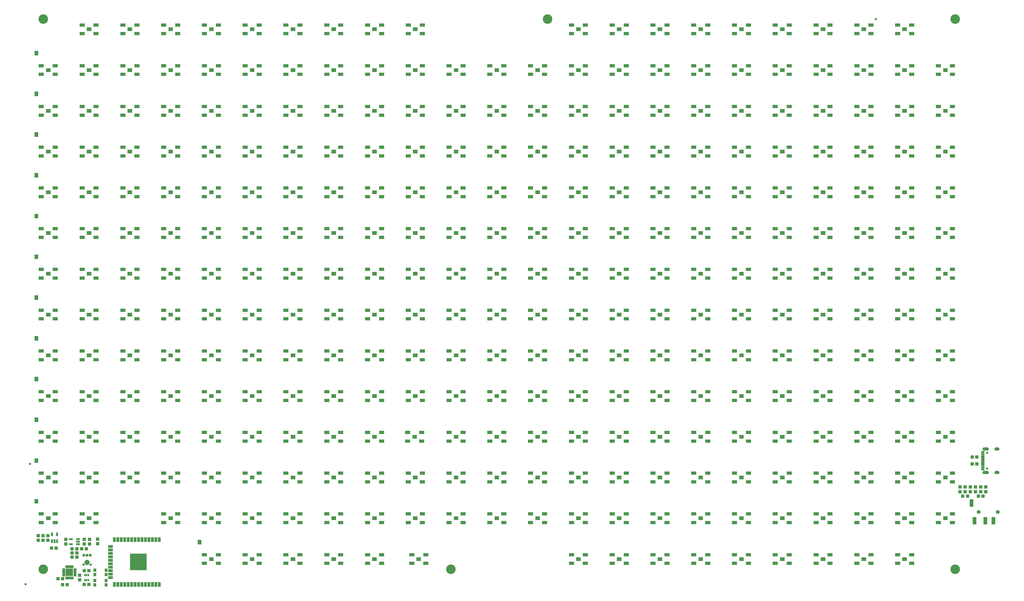
<source format=gts>
G04 EAGLE Gerber RS-274X export*
G75*
%MOMM*%
%FSLAX34Y34*%
%LPD*%
%INSoldermask Top*%
%IPPOS*%
%AMOC8*
5,1,8,0,0,1.08239X$1,22.5*%
G01*
%ADD10R,1.203200X1.303200*%
%ADD11C,0.838200*%
%ADD12R,0.503200X0.863200*%
%ADD13R,1.303200X1.203200*%
%ADD14R,1.103200X1.203200*%
%ADD15R,1.103200X1.703200*%
%ADD16R,1.703200X1.103200*%
%ADD17R,6.203200X6.203200*%
%ADD18R,0.753200X1.403200*%
%ADD19R,0.503200X1.053200*%
%ADD20R,1.053200X0.503200*%
%ADD21R,2.753200X2.753200*%
%ADD22C,3.505200*%
%ADD23R,1.219200X0.503200*%
%ADD24R,1.219200X0.803200*%
%ADD25R,1.219200X0.753200*%
%ADD26C,0.853200*%
%ADD27R,1.403200X2.703200*%
%ADD28C,1.403200*%
%ADD29C,0.500000*%
%ADD30C,0.903200*%
%ADD31C,1.103200*%
%ADD32R,1.403200X0.753200*%
%ADD33R,1.854200X1.203200*%
%ADD34R,0.838200X1.473200*%
%ADD35R,1.473200X0.838200*%

G36*
X3547855Y511584D02*
X3547855Y511584D01*
X3547858Y511581D01*
X3549125Y511786D01*
X3549131Y511792D01*
X3549136Y511789D01*
X3550325Y512271D01*
X3550329Y512278D01*
X3550335Y512276D01*
X3551388Y513010D01*
X3551390Y513018D01*
X3551396Y513017D01*
X3552259Y513967D01*
X3552260Y513976D01*
X3552265Y513976D01*
X3552895Y515095D01*
X3552894Y515103D01*
X3552900Y515105D01*
X3553265Y516335D01*
X3553262Y516342D01*
X3553266Y516345D01*
X3553265Y516345D01*
X3553267Y516346D01*
X3553349Y517627D01*
X3553347Y517631D01*
X3553349Y517633D01*
X3553267Y518914D01*
X3553261Y518920D01*
X3553265Y518925D01*
X3552900Y520155D01*
X3552893Y520160D01*
X3552895Y520165D01*
X3552265Y521284D01*
X3552258Y521287D01*
X3552259Y521293D01*
X3551396Y522243D01*
X3551388Y522244D01*
X3551388Y522250D01*
X3550335Y522984D01*
X3550327Y522984D01*
X3550325Y522989D01*
X3549136Y523471D01*
X3549128Y523469D01*
X3549125Y523474D01*
X3547858Y523679D01*
X3547853Y523676D01*
X3547850Y523679D01*
X3535850Y523679D01*
X3535846Y523676D01*
X3535843Y523679D01*
X3534721Y523524D01*
X3534716Y523519D01*
X3534712Y523522D01*
X3533641Y523151D01*
X3533637Y523145D01*
X3533632Y523147D01*
X3532655Y522574D01*
X3532652Y522568D01*
X3532647Y522569D01*
X3531800Y521816D01*
X3531798Y521809D01*
X3531793Y521809D01*
X3531109Y520906D01*
X3531109Y520899D01*
X3531104Y520898D01*
X3530609Y519879D01*
X3530611Y519872D01*
X3530609Y519871D01*
X3530606Y519870D01*
X3530319Y518773D01*
X3530322Y518767D01*
X3530318Y518764D01*
X3530251Y517633D01*
X3530253Y517629D01*
X3530251Y517627D01*
X3530318Y516496D01*
X3530323Y516491D01*
X3530319Y516487D01*
X3530606Y515390D01*
X3530612Y515386D01*
X3530609Y515381D01*
X3531104Y514362D01*
X3531110Y514359D01*
X3531109Y514354D01*
X3531793Y513451D01*
X3531800Y513449D01*
X3531800Y513444D01*
X3532647Y512691D01*
X3532654Y512691D01*
X3532655Y512686D01*
X3533632Y512113D01*
X3533639Y512114D01*
X3533641Y512109D01*
X3534712Y511738D01*
X3534718Y511741D01*
X3534721Y511736D01*
X3535843Y511581D01*
X3535848Y511584D01*
X3535850Y511581D01*
X3547850Y511581D01*
X3547855Y511584D01*
G37*
G36*
X3547855Y425184D02*
X3547855Y425184D01*
X3547858Y425181D01*
X3549125Y425386D01*
X3549131Y425392D01*
X3549136Y425389D01*
X3550325Y425871D01*
X3550329Y425878D01*
X3550335Y425876D01*
X3551388Y426610D01*
X3551390Y426618D01*
X3551396Y426617D01*
X3552259Y427567D01*
X3552260Y427576D01*
X3552265Y427576D01*
X3552895Y428695D01*
X3552894Y428703D01*
X3552900Y428705D01*
X3553265Y429935D01*
X3553262Y429942D01*
X3553266Y429945D01*
X3553265Y429945D01*
X3553267Y429946D01*
X3553349Y431227D01*
X3553347Y431231D01*
X3553349Y431233D01*
X3553267Y432514D01*
X3553261Y432520D01*
X3553265Y432525D01*
X3552900Y433755D01*
X3552893Y433760D01*
X3552895Y433765D01*
X3552265Y434884D01*
X3552258Y434887D01*
X3552259Y434893D01*
X3551396Y435843D01*
X3551388Y435844D01*
X3551388Y435850D01*
X3550335Y436584D01*
X3550327Y436584D01*
X3550325Y436589D01*
X3549136Y437071D01*
X3549128Y437069D01*
X3549125Y437074D01*
X3547858Y437279D01*
X3547853Y437276D01*
X3547850Y437279D01*
X3535850Y437279D01*
X3535846Y437276D01*
X3535843Y437279D01*
X3534721Y437124D01*
X3534716Y437119D01*
X3534712Y437122D01*
X3533641Y436751D01*
X3533637Y436745D01*
X3533632Y436747D01*
X3532655Y436174D01*
X3532652Y436168D01*
X3532647Y436169D01*
X3531800Y435416D01*
X3531798Y435409D01*
X3531793Y435409D01*
X3531109Y434506D01*
X3531109Y434499D01*
X3531104Y434498D01*
X3530609Y433479D01*
X3530611Y433472D01*
X3530609Y433471D01*
X3530606Y433470D01*
X3530319Y432373D01*
X3530322Y432367D01*
X3530318Y432364D01*
X3530251Y431233D01*
X3530253Y431229D01*
X3530251Y431227D01*
X3530318Y430096D01*
X3530323Y430091D01*
X3530319Y430087D01*
X3530606Y428990D01*
X3530612Y428986D01*
X3530609Y428981D01*
X3531104Y427962D01*
X3531110Y427959D01*
X3531109Y427954D01*
X3531793Y427051D01*
X3531800Y427049D01*
X3531800Y427044D01*
X3532647Y426291D01*
X3532654Y426291D01*
X3532655Y426286D01*
X3533632Y425713D01*
X3533639Y425714D01*
X3533641Y425709D01*
X3534712Y425338D01*
X3534718Y425341D01*
X3534721Y425336D01*
X3535843Y425181D01*
X3535848Y425184D01*
X3535850Y425181D01*
X3547850Y425181D01*
X3547855Y425184D01*
G37*
G36*
X3586654Y511583D02*
X3586654Y511583D01*
X3586656Y511581D01*
X3587985Y511736D01*
X3587991Y511742D01*
X3587995Y511739D01*
X3589256Y512186D01*
X3589261Y512193D01*
X3589266Y512191D01*
X3590396Y512908D01*
X3590399Y512915D01*
X3590405Y512914D01*
X3591347Y513865D01*
X3591348Y513873D01*
X3591354Y513873D01*
X3592061Y515009D01*
X3592061Y515014D01*
X3592062Y515015D01*
X3592061Y515017D01*
X3592066Y515019D01*
X3592502Y516284D01*
X3592500Y516292D01*
X3592505Y516295D01*
X3592649Y517625D01*
X3592645Y517631D01*
X3592649Y517635D01*
X3592539Y518801D01*
X3592534Y518806D01*
X3592537Y518810D01*
X3592202Y519933D01*
X3592196Y519937D01*
X3592198Y519941D01*
X3591650Y520977D01*
X3591644Y520980D01*
X3591645Y520985D01*
X3590906Y521893D01*
X3590899Y521895D01*
X3590899Y521900D01*
X3589997Y522647D01*
X3589990Y522647D01*
X3589989Y522653D01*
X3588958Y523209D01*
X3588951Y523208D01*
X3588949Y523213D01*
X3587830Y523557D01*
X3587823Y523555D01*
X3587820Y523559D01*
X3586655Y523679D01*
X3586652Y523677D01*
X3586650Y523679D01*
X3580650Y523679D01*
X3580647Y523677D01*
X3580645Y523679D01*
X3579469Y523568D01*
X3579464Y523563D01*
X3579460Y523566D01*
X3578328Y523228D01*
X3578324Y523222D01*
X3578319Y523224D01*
X3577275Y522672D01*
X3577272Y522665D01*
X3577267Y522667D01*
X3576351Y521921D01*
X3576350Y521914D01*
X3576344Y521914D01*
X3575591Y521005D01*
X3575591Y520997D01*
X3575586Y520997D01*
X3575025Y519957D01*
X3575026Y519950D01*
X3575021Y519948D01*
X3574674Y518819D01*
X3574676Y518813D01*
X3574672Y518810D01*
X3574551Y517635D01*
X3574555Y517628D01*
X3574551Y517624D01*
X3574708Y516284D01*
X3574713Y516278D01*
X3574710Y516273D01*
X3575161Y515002D01*
X3575168Y514997D01*
X3575166Y514992D01*
X3575888Y513853D01*
X3575896Y513850D01*
X3575895Y513844D01*
X3576853Y512894D01*
X3576861Y512893D01*
X3576862Y512887D01*
X3578007Y512174D01*
X3578016Y512175D01*
X3578017Y512169D01*
X3579293Y511729D01*
X3579300Y511731D01*
X3579302Y511729D01*
X3579303Y511727D01*
X3580645Y511581D01*
X3580648Y511583D01*
X3580650Y511581D01*
X3586650Y511581D01*
X3586654Y511583D01*
G37*
G36*
X3586654Y425183D02*
X3586654Y425183D01*
X3586656Y425181D01*
X3587985Y425336D01*
X3587991Y425342D01*
X3587995Y425339D01*
X3589256Y425786D01*
X3589261Y425793D01*
X3589266Y425791D01*
X3590396Y426508D01*
X3590399Y426515D01*
X3590405Y426514D01*
X3591347Y427465D01*
X3591348Y427473D01*
X3591354Y427473D01*
X3592061Y428609D01*
X3592061Y428614D01*
X3592062Y428615D01*
X3592061Y428617D01*
X3592066Y428619D01*
X3592502Y429884D01*
X3592500Y429892D01*
X3592505Y429895D01*
X3592649Y431225D01*
X3592645Y431231D01*
X3592649Y431235D01*
X3592539Y432401D01*
X3592534Y432406D01*
X3592537Y432410D01*
X3592202Y433533D01*
X3592196Y433537D01*
X3592198Y433541D01*
X3591650Y434577D01*
X3591644Y434580D01*
X3591645Y434585D01*
X3590906Y435493D01*
X3590899Y435495D01*
X3590899Y435500D01*
X3589997Y436247D01*
X3589990Y436247D01*
X3589989Y436253D01*
X3588958Y436809D01*
X3588951Y436808D01*
X3588949Y436813D01*
X3587830Y437157D01*
X3587823Y437155D01*
X3587820Y437159D01*
X3586655Y437279D01*
X3586652Y437277D01*
X3586650Y437279D01*
X3580650Y437279D01*
X3580647Y437277D01*
X3580645Y437279D01*
X3579469Y437168D01*
X3579464Y437163D01*
X3579460Y437166D01*
X3578328Y436828D01*
X3578324Y436822D01*
X3578319Y436824D01*
X3577275Y436272D01*
X3577272Y436265D01*
X3577267Y436267D01*
X3576351Y435521D01*
X3576350Y435514D01*
X3576344Y435514D01*
X3575591Y434605D01*
X3575591Y434597D01*
X3575586Y434597D01*
X3575025Y433557D01*
X3575026Y433550D01*
X3575021Y433548D01*
X3574674Y432419D01*
X3574676Y432413D01*
X3574672Y432410D01*
X3574551Y431235D01*
X3574555Y431228D01*
X3574551Y431224D01*
X3574708Y429884D01*
X3574713Y429878D01*
X3574710Y429873D01*
X3575161Y428602D01*
X3575168Y428597D01*
X3575166Y428592D01*
X3575888Y427453D01*
X3575896Y427450D01*
X3575895Y427444D01*
X3576853Y426494D01*
X3576861Y426493D01*
X3576862Y426487D01*
X3578007Y425774D01*
X3578016Y425775D01*
X3578017Y425769D01*
X3579293Y425329D01*
X3579300Y425331D01*
X3579302Y425329D01*
X3579303Y425327D01*
X3580645Y425181D01*
X3580648Y425183D01*
X3580650Y425181D01*
X3586650Y425181D01*
X3586654Y425183D01*
G37*
D10*
X92000Y198500D03*
X92000Y181500D03*
D11*
X3137500Y2100000D03*
X26250Y462500D03*
X10000Y20000D03*
D12*
X228300Y35250D03*
X234800Y53650D03*
X241300Y53650D03*
X228300Y53650D03*
X234800Y35250D03*
X241300Y35250D03*
D13*
X146600Y17900D03*
X163600Y17900D03*
X226300Y19050D03*
X243300Y19050D03*
X226300Y69850D03*
X243300Y69850D03*
D10*
X209400Y52950D03*
X209400Y35950D03*
D14*
X265100Y55500D03*
X265100Y71500D03*
X306100Y71500D03*
X306100Y55500D03*
X306100Y33400D03*
X306100Y17400D03*
X265100Y17400D03*
X265100Y33400D03*
D15*
X502300Y183980D03*
X489600Y183980D03*
X476900Y183980D03*
X464200Y183980D03*
X451500Y183980D03*
X438800Y183980D03*
X426100Y183980D03*
X413400Y183980D03*
X400700Y183980D03*
X388000Y183980D03*
X375300Y183980D03*
X362600Y183980D03*
X349900Y183980D03*
X337200Y183980D03*
D16*
X322300Y158750D03*
X322300Y146050D03*
X322300Y133350D03*
X322300Y120650D03*
X322300Y107950D03*
X322300Y95250D03*
X322300Y82550D03*
X322300Y69850D03*
X322300Y57150D03*
X322300Y44450D03*
D15*
X337200Y19220D03*
X349900Y19220D03*
X362600Y19220D03*
X375300Y19220D03*
X388000Y19220D03*
X400700Y19220D03*
X413400Y19220D03*
X426100Y19220D03*
X438800Y19220D03*
X451500Y19220D03*
X464200Y19220D03*
X476900Y19220D03*
X489600Y19220D03*
X502300Y19220D03*
D17*
X425300Y101600D03*
D18*
X107200Y177799D03*
X116700Y177799D03*
X126200Y177799D03*
X126200Y203801D03*
X107200Y203801D03*
D19*
X158800Y84000D03*
X163800Y84000D03*
X168800Y84000D03*
X173800Y84000D03*
X178800Y84000D03*
X183800Y84000D03*
D20*
X191800Y76000D03*
X191800Y71000D03*
X191800Y66000D03*
X191800Y61000D03*
X191800Y56000D03*
X191800Y51000D03*
X150800Y51000D03*
X150800Y56000D03*
X150800Y61000D03*
X150800Y66000D03*
X150800Y71000D03*
X150800Y76000D03*
D19*
X183800Y43000D03*
X178800Y43000D03*
X173800Y43000D03*
X168800Y43000D03*
X163800Y43000D03*
X158800Y43000D03*
D21*
X171300Y63500D03*
D22*
X3430000Y75000D03*
X75000Y75000D03*
D23*
X3531110Y481930D03*
X3531110Y476930D03*
D24*
X3531110Y506680D03*
D25*
X3531110Y498930D03*
D23*
X3531110Y491930D03*
X3531110Y486930D03*
X3531110Y466930D03*
X3531110Y471930D03*
D24*
X3531110Y442180D03*
D25*
X3531110Y449930D03*
D23*
X3531110Y456930D03*
X3531110Y461930D03*
D26*
X3547100Y445530D03*
X3547100Y503330D03*
D13*
X3492400Y488400D03*
X3509400Y488400D03*
X3492400Y463000D03*
X3509400Y463000D03*
D27*
X3500500Y253500D03*
X3489500Y318500D03*
X3540500Y253500D03*
X3570500Y253500D03*
D28*
X3586500Y286000D03*
X3516500Y286000D03*
D29*
X229300Y100000D02*
X229302Y100172D01*
X229308Y100343D01*
X229319Y100515D01*
X229334Y100686D01*
X229353Y100857D01*
X229376Y101027D01*
X229403Y101197D01*
X229435Y101366D01*
X229470Y101534D01*
X229510Y101701D01*
X229554Y101867D01*
X229601Y102032D01*
X229653Y102196D01*
X229709Y102358D01*
X229769Y102519D01*
X229833Y102679D01*
X229901Y102837D01*
X229972Y102993D01*
X230047Y103147D01*
X230127Y103300D01*
X230209Y103450D01*
X230296Y103599D01*
X230386Y103745D01*
X230480Y103889D01*
X230577Y104031D01*
X230678Y104170D01*
X230782Y104307D01*
X230889Y104441D01*
X231000Y104572D01*
X231113Y104701D01*
X231230Y104827D01*
X231350Y104950D01*
X231473Y105070D01*
X231599Y105187D01*
X231728Y105300D01*
X231859Y105411D01*
X231993Y105518D01*
X232130Y105622D01*
X232269Y105723D01*
X232411Y105820D01*
X232555Y105914D01*
X232701Y106004D01*
X232850Y106091D01*
X233000Y106173D01*
X233153Y106253D01*
X233307Y106328D01*
X233463Y106399D01*
X233621Y106467D01*
X233781Y106531D01*
X233942Y106591D01*
X234104Y106647D01*
X234268Y106699D01*
X234433Y106746D01*
X234599Y106790D01*
X234766Y106830D01*
X234934Y106865D01*
X235103Y106897D01*
X235273Y106924D01*
X235443Y106947D01*
X235614Y106966D01*
X235785Y106981D01*
X235957Y106992D01*
X236128Y106998D01*
X236300Y107000D01*
X236472Y106998D01*
X236643Y106992D01*
X236815Y106981D01*
X236986Y106966D01*
X237157Y106947D01*
X237327Y106924D01*
X237497Y106897D01*
X237666Y106865D01*
X237834Y106830D01*
X238001Y106790D01*
X238167Y106746D01*
X238332Y106699D01*
X238496Y106647D01*
X238658Y106591D01*
X238819Y106531D01*
X238979Y106467D01*
X239137Y106399D01*
X239293Y106328D01*
X239447Y106253D01*
X239600Y106173D01*
X239750Y106091D01*
X239899Y106004D01*
X240045Y105914D01*
X240189Y105820D01*
X240331Y105723D01*
X240470Y105622D01*
X240607Y105518D01*
X240741Y105411D01*
X240872Y105300D01*
X241001Y105187D01*
X241127Y105070D01*
X241250Y104950D01*
X241370Y104827D01*
X241487Y104701D01*
X241600Y104572D01*
X241711Y104441D01*
X241818Y104307D01*
X241922Y104170D01*
X242023Y104031D01*
X242120Y103889D01*
X242214Y103745D01*
X242304Y103599D01*
X242391Y103450D01*
X242473Y103300D01*
X242553Y103147D01*
X242628Y102993D01*
X242699Y102837D01*
X242767Y102679D01*
X242831Y102519D01*
X242891Y102358D01*
X242947Y102196D01*
X242999Y102032D01*
X243046Y101867D01*
X243090Y101701D01*
X243130Y101534D01*
X243165Y101366D01*
X243197Y101197D01*
X243224Y101027D01*
X243247Y100857D01*
X243266Y100686D01*
X243281Y100515D01*
X243292Y100343D01*
X243298Y100172D01*
X243300Y100000D01*
X243298Y99828D01*
X243292Y99657D01*
X243281Y99485D01*
X243266Y99314D01*
X243247Y99143D01*
X243224Y98973D01*
X243197Y98803D01*
X243165Y98634D01*
X243130Y98466D01*
X243090Y98299D01*
X243046Y98133D01*
X242999Y97968D01*
X242947Y97804D01*
X242891Y97642D01*
X242831Y97481D01*
X242767Y97321D01*
X242699Y97163D01*
X242628Y97007D01*
X242553Y96853D01*
X242473Y96700D01*
X242391Y96550D01*
X242304Y96401D01*
X242214Y96255D01*
X242120Y96111D01*
X242023Y95969D01*
X241922Y95830D01*
X241818Y95693D01*
X241711Y95559D01*
X241600Y95428D01*
X241487Y95299D01*
X241370Y95173D01*
X241250Y95050D01*
X241127Y94930D01*
X241001Y94813D01*
X240872Y94700D01*
X240741Y94589D01*
X240607Y94482D01*
X240470Y94378D01*
X240331Y94277D01*
X240189Y94180D01*
X240045Y94086D01*
X239899Y93996D01*
X239750Y93909D01*
X239600Y93827D01*
X239447Y93747D01*
X239293Y93672D01*
X239137Y93601D01*
X238979Y93533D01*
X238819Y93469D01*
X238658Y93409D01*
X238496Y93353D01*
X238332Y93301D01*
X238167Y93254D01*
X238001Y93210D01*
X237834Y93170D01*
X237666Y93135D01*
X237497Y93103D01*
X237327Y93076D01*
X237157Y93053D01*
X236986Y93034D01*
X236815Y93019D01*
X236643Y93008D01*
X236472Y93002D01*
X236300Y93000D01*
X236128Y93002D01*
X235957Y93008D01*
X235785Y93019D01*
X235614Y93034D01*
X235443Y93053D01*
X235273Y93076D01*
X235103Y93103D01*
X234934Y93135D01*
X234766Y93170D01*
X234599Y93210D01*
X234433Y93254D01*
X234268Y93301D01*
X234104Y93353D01*
X233942Y93409D01*
X233781Y93469D01*
X233621Y93533D01*
X233463Y93601D01*
X233307Y93672D01*
X233153Y93747D01*
X233000Y93827D01*
X232850Y93909D01*
X232701Y93996D01*
X232555Y94086D01*
X232411Y94180D01*
X232269Y94277D01*
X232130Y94378D01*
X231993Y94482D01*
X231859Y94589D01*
X231728Y94700D01*
X231599Y94813D01*
X231473Y94930D01*
X231350Y95050D01*
X231230Y95173D01*
X231113Y95299D01*
X231000Y95428D01*
X230889Y95559D01*
X230782Y95693D01*
X230678Y95830D01*
X230577Y95969D01*
X230480Y96111D01*
X230386Y96255D01*
X230296Y96401D01*
X230209Y96550D01*
X230127Y96700D01*
X230047Y96853D01*
X229972Y97007D01*
X229901Y97163D01*
X229833Y97321D01*
X229769Y97481D01*
X229709Y97642D01*
X229653Y97804D01*
X229601Y97968D01*
X229554Y98133D01*
X229510Y98299D01*
X229470Y98466D01*
X229435Y98634D01*
X229403Y98803D01*
X229376Y98973D01*
X229353Y99143D01*
X229334Y99314D01*
X229319Y99485D01*
X229308Y99657D01*
X229302Y99828D01*
X229300Y100000D01*
D30*
X249300Y92000D03*
D31*
X236300Y126200D03*
X224300Y126200D03*
D30*
X223300Y92000D03*
D31*
X248300Y126200D03*
X236300Y100000D03*
D13*
X233500Y150000D03*
X216500Y150000D03*
X181500Y150000D03*
X198500Y150000D03*
D32*
X203301Y167200D03*
X203301Y176700D03*
X203301Y186200D03*
X177299Y186200D03*
X177299Y167200D03*
D10*
X275000Y185500D03*
X275000Y168500D03*
X245150Y168200D03*
X245150Y185200D03*
X226100Y185200D03*
X226100Y168200D03*
D13*
X198500Y120000D03*
X181500Y120000D03*
D10*
X158550Y168200D03*
X158550Y185200D03*
D13*
X181500Y135000D03*
X198500Y135000D03*
D10*
X3485650Y360600D03*
X3485650Y377600D03*
X3542800Y360600D03*
X3542800Y377600D03*
X3504700Y377600D03*
X3504700Y360600D03*
X3447550Y360600D03*
X3447550Y377600D03*
X3523750Y360600D03*
X3523750Y377600D03*
X3466600Y377600D03*
X3466600Y360600D03*
D13*
X3532250Y343700D03*
X3515250Y343700D03*
X3475100Y343700D03*
X3458100Y343700D03*
D33*
X269520Y2046500D03*
X217980Y2046500D03*
X217980Y2078500D03*
X269520Y2078500D03*
X419520Y2046500D03*
X367980Y2046500D03*
X367980Y2078500D03*
X419520Y2078500D03*
D34*
X239686Y2062500D03*
X247814Y2062500D03*
X389686Y2062500D03*
X397814Y2062500D03*
D33*
X569520Y2046500D03*
X517980Y2046500D03*
X517980Y2078500D03*
X569520Y2078500D03*
X719520Y2046500D03*
X667980Y2046500D03*
X667980Y2078500D03*
X719520Y2078500D03*
D34*
X539686Y2062500D03*
X547814Y2062500D03*
X689686Y2062500D03*
X697814Y2062500D03*
D33*
X869520Y2046500D03*
X817980Y2046500D03*
X817980Y2078500D03*
X869520Y2078500D03*
X1019520Y2046500D03*
X967980Y2046500D03*
X967980Y2078500D03*
X1019520Y2078500D03*
D34*
X839686Y2062500D03*
X847814Y2062500D03*
X989686Y2062500D03*
X997814Y2062500D03*
D33*
X1169520Y2046500D03*
X1117980Y2046500D03*
X1117980Y2078500D03*
X1169520Y2078500D03*
X1319520Y2046500D03*
X1267980Y2046500D03*
X1267980Y2078500D03*
X1319520Y2078500D03*
D34*
X1139686Y2062500D03*
X1147814Y2062500D03*
X1289686Y2062500D03*
X1297814Y2062500D03*
D33*
X1469520Y2046500D03*
X1417980Y2046500D03*
X1417980Y2078500D03*
X1469520Y2078500D03*
D34*
X1439686Y2062500D03*
X1447814Y2062500D03*
D33*
X2069520Y2046500D03*
X2017980Y2046500D03*
X2017980Y2078500D03*
X2069520Y2078500D03*
D34*
X2039686Y2062500D03*
X2047814Y2062500D03*
D33*
X2219520Y2046500D03*
X2167980Y2046500D03*
X2167980Y2078500D03*
X2219520Y2078500D03*
X2369520Y2046500D03*
X2317980Y2046500D03*
X2317980Y2078500D03*
X2369520Y2078500D03*
D34*
X2189686Y2062500D03*
X2197814Y2062500D03*
X2339686Y2062500D03*
X2347814Y2062500D03*
D33*
X2519520Y2046500D03*
X2467980Y2046500D03*
X2467980Y2078500D03*
X2519520Y2078500D03*
X2669520Y2046500D03*
X2617980Y2046500D03*
X2617980Y2078500D03*
X2669520Y2078500D03*
D34*
X2489686Y2062500D03*
X2497814Y2062500D03*
X2639686Y2062500D03*
X2647814Y2062500D03*
D33*
X2819520Y2046500D03*
X2767980Y2046500D03*
X2767980Y2078500D03*
X2819520Y2078500D03*
X2969520Y2046500D03*
X2917980Y2046500D03*
X2917980Y2078500D03*
X2969520Y2078500D03*
D34*
X2789686Y2062500D03*
X2797814Y2062500D03*
X2939686Y2062500D03*
X2947814Y2062500D03*
D33*
X119520Y1896500D03*
X67980Y1896500D03*
X67980Y1928500D03*
X119520Y1928500D03*
D34*
X89686Y1912500D03*
X97814Y1912500D03*
D33*
X269520Y1896500D03*
X217980Y1896500D03*
X217980Y1928500D03*
X269520Y1928500D03*
D34*
X239686Y1912500D03*
X247814Y1912500D03*
D33*
X419520Y1896500D03*
X367980Y1896500D03*
X367980Y1928500D03*
X419520Y1928500D03*
X569520Y1896500D03*
X517980Y1896500D03*
X517980Y1928500D03*
X569520Y1928500D03*
D34*
X389686Y1912500D03*
X397814Y1912500D03*
X539686Y1912500D03*
X547814Y1912500D03*
D33*
X719520Y1896500D03*
X667980Y1896500D03*
X667980Y1928500D03*
X719520Y1928500D03*
X869520Y1896500D03*
X817980Y1896500D03*
X817980Y1928500D03*
X869520Y1928500D03*
D34*
X689686Y1912500D03*
X697814Y1912500D03*
X839686Y1912500D03*
X847814Y1912500D03*
D33*
X1019520Y1896500D03*
X967980Y1896500D03*
X967980Y1928500D03*
X1019520Y1928500D03*
X1169520Y1896500D03*
X1117980Y1896500D03*
X1117980Y1928500D03*
X1169520Y1928500D03*
D34*
X989686Y1912500D03*
X997814Y1912500D03*
X1139686Y1912500D03*
X1147814Y1912500D03*
D33*
X1319520Y1896500D03*
X1267980Y1896500D03*
X1267980Y1928500D03*
X1319520Y1928500D03*
X1469520Y1896500D03*
X1417980Y1896500D03*
X1417980Y1928500D03*
X1469520Y1928500D03*
D34*
X1289686Y1912500D03*
X1297814Y1912500D03*
X1439686Y1912500D03*
X1447814Y1912500D03*
D33*
X1619520Y1896500D03*
X1567980Y1896500D03*
X1567980Y1928500D03*
X1619520Y1928500D03*
X1769520Y1896500D03*
X1717980Y1896500D03*
X1717980Y1928500D03*
X1769520Y1928500D03*
D34*
X1589686Y1912500D03*
X1597814Y1912500D03*
X1739686Y1912500D03*
X1747814Y1912500D03*
D33*
X1919520Y1896500D03*
X1867980Y1896500D03*
X1867980Y1928500D03*
X1919520Y1928500D03*
D34*
X1889686Y1912500D03*
X1897814Y1912500D03*
D33*
X2069520Y1896500D03*
X2017980Y1896500D03*
X2017980Y1928500D03*
X2069520Y1928500D03*
X2219520Y1896500D03*
X2167980Y1896500D03*
X2167980Y1928500D03*
X2219520Y1928500D03*
D34*
X2039686Y1912500D03*
X2047814Y1912500D03*
X2189686Y1912500D03*
X2197814Y1912500D03*
D33*
X2369520Y1896500D03*
X2317980Y1896500D03*
X2317980Y1928500D03*
X2369520Y1928500D03*
X2519520Y1896500D03*
X2467980Y1896500D03*
X2467980Y1928500D03*
X2519520Y1928500D03*
D34*
X2339686Y1912500D03*
X2347814Y1912500D03*
X2489686Y1912500D03*
X2497814Y1912500D03*
D33*
X2669520Y1896500D03*
X2617980Y1896500D03*
X2617980Y1928500D03*
X2669520Y1928500D03*
X2819520Y1896500D03*
X2767980Y1896500D03*
X2767980Y1928500D03*
X2819520Y1928500D03*
D34*
X2639686Y1912500D03*
X2647814Y1912500D03*
X2789686Y1912500D03*
X2797814Y1912500D03*
D33*
X2969520Y1896500D03*
X2917980Y1896500D03*
X2917980Y1928500D03*
X2969520Y1928500D03*
X3119520Y1896500D03*
X3067980Y1896500D03*
X3067980Y1928500D03*
X3119520Y1928500D03*
D34*
X2939686Y1912500D03*
X2947814Y1912500D03*
X3089686Y1912500D03*
X3097814Y1912500D03*
D33*
X119520Y1746500D03*
X67980Y1746500D03*
X67980Y1778500D03*
X119520Y1778500D03*
X269520Y1746500D03*
X217980Y1746500D03*
X217980Y1778500D03*
X269520Y1778500D03*
D34*
X89686Y1762500D03*
X97814Y1762500D03*
X239686Y1762500D03*
X247814Y1762500D03*
D33*
X419520Y1746500D03*
X367980Y1746500D03*
X367980Y1778500D03*
X419520Y1778500D03*
D34*
X389686Y1762500D03*
X397814Y1762500D03*
D33*
X569520Y1746500D03*
X517980Y1746500D03*
X517980Y1778500D03*
X569520Y1778500D03*
X719520Y1746500D03*
X667980Y1746500D03*
X667980Y1778500D03*
X719520Y1778500D03*
D34*
X539686Y1762500D03*
X547814Y1762500D03*
X689686Y1762500D03*
X697814Y1762500D03*
D33*
X869520Y1746500D03*
X817980Y1746500D03*
X817980Y1778500D03*
X869520Y1778500D03*
X1019520Y1746500D03*
X967980Y1746500D03*
X967980Y1778500D03*
X1019520Y1778500D03*
D34*
X839686Y1762500D03*
X847814Y1762500D03*
X989686Y1762500D03*
X997814Y1762500D03*
D33*
X1169520Y1746500D03*
X1117980Y1746500D03*
X1117980Y1778500D03*
X1169520Y1778500D03*
X1319520Y1746500D03*
X1267980Y1746500D03*
X1267980Y1778500D03*
X1319520Y1778500D03*
D34*
X1139686Y1762500D03*
X1147814Y1762500D03*
X1289686Y1762500D03*
X1297814Y1762500D03*
D33*
X1469520Y1746500D03*
X1417980Y1746500D03*
X1417980Y1778500D03*
X1469520Y1778500D03*
X1619520Y1746500D03*
X1567980Y1746500D03*
X1567980Y1778500D03*
X1619520Y1778500D03*
D34*
X1439686Y1762500D03*
X1447814Y1762500D03*
X1589686Y1762500D03*
X1597814Y1762500D03*
D33*
X1769520Y1746500D03*
X1717980Y1746500D03*
X1717980Y1778500D03*
X1769520Y1778500D03*
X1919520Y1746500D03*
X1867980Y1746500D03*
X1867980Y1778500D03*
X1919520Y1778500D03*
D34*
X1739686Y1762500D03*
X1747814Y1762500D03*
X1889686Y1762500D03*
X1897814Y1762500D03*
D33*
X2069520Y1746500D03*
X2017980Y1746500D03*
X2017980Y1778500D03*
X2069520Y1778500D03*
D34*
X2039686Y1762500D03*
X2047814Y1762500D03*
D33*
X2219520Y1746500D03*
X2167980Y1746500D03*
X2167980Y1778500D03*
X2219520Y1778500D03*
X2369520Y1746500D03*
X2317980Y1746500D03*
X2317980Y1778500D03*
X2369520Y1778500D03*
D34*
X2189686Y1762500D03*
X2197814Y1762500D03*
X2339686Y1762500D03*
X2347814Y1762500D03*
D33*
X2519520Y1746500D03*
X2467980Y1746500D03*
X2467980Y1778500D03*
X2519520Y1778500D03*
X2669520Y1746500D03*
X2617980Y1746500D03*
X2617980Y1778500D03*
X2669520Y1778500D03*
D34*
X2489686Y1762500D03*
X2497814Y1762500D03*
X2639686Y1762500D03*
X2647814Y1762500D03*
D33*
X2819520Y1746500D03*
X2767980Y1746500D03*
X2767980Y1778500D03*
X2819520Y1778500D03*
X2969520Y1746500D03*
X2917980Y1746500D03*
X2917980Y1778500D03*
X2969520Y1778500D03*
D34*
X2789686Y1762500D03*
X2797814Y1762500D03*
X2939686Y1762500D03*
X2947814Y1762500D03*
D33*
X3119520Y1746500D03*
X3067980Y1746500D03*
X3067980Y1778500D03*
X3119520Y1778500D03*
X119520Y1596500D03*
X67980Y1596500D03*
X67980Y1628500D03*
X119520Y1628500D03*
D34*
X3089686Y1762500D03*
X3097814Y1762500D03*
X89686Y1612500D03*
X97814Y1612500D03*
D33*
X269520Y1596500D03*
X217980Y1596500D03*
X217980Y1628500D03*
X269520Y1628500D03*
X419520Y1596500D03*
X367980Y1596500D03*
X367980Y1628500D03*
X419520Y1628500D03*
D34*
X239686Y1612500D03*
X247814Y1612500D03*
X389686Y1612500D03*
X397814Y1612500D03*
D33*
X569520Y1596500D03*
X517980Y1596500D03*
X517980Y1628500D03*
X569520Y1628500D03*
D34*
X539686Y1612500D03*
X547814Y1612500D03*
D33*
X719520Y1596500D03*
X667980Y1596500D03*
X667980Y1628500D03*
X719520Y1628500D03*
X869520Y1596500D03*
X817980Y1596500D03*
X817980Y1628500D03*
X869520Y1628500D03*
D34*
X689686Y1612500D03*
X697814Y1612500D03*
X839686Y1612500D03*
X847814Y1612500D03*
D33*
X1019520Y1596500D03*
X967980Y1596500D03*
X967980Y1628500D03*
X1019520Y1628500D03*
X1169520Y1596500D03*
X1117980Y1596500D03*
X1117980Y1628500D03*
X1169520Y1628500D03*
D34*
X989686Y1612500D03*
X997814Y1612500D03*
X1139686Y1612500D03*
X1147814Y1612500D03*
D33*
X1319520Y1596500D03*
X1267980Y1596500D03*
X1267980Y1628500D03*
X1319520Y1628500D03*
X1469520Y1596500D03*
X1417980Y1596500D03*
X1417980Y1628500D03*
X1469520Y1628500D03*
D34*
X1289686Y1612500D03*
X1297814Y1612500D03*
X1439686Y1612500D03*
X1447814Y1612500D03*
D33*
X1619520Y1596500D03*
X1567980Y1596500D03*
X1567980Y1628500D03*
X1619520Y1628500D03*
X1769520Y1596500D03*
X1717980Y1596500D03*
X1717980Y1628500D03*
X1769520Y1628500D03*
D34*
X1589686Y1612500D03*
X1597814Y1612500D03*
X1739686Y1612500D03*
X1747814Y1612500D03*
D33*
X1919520Y1596500D03*
X1867980Y1596500D03*
X1867980Y1628500D03*
X1919520Y1628500D03*
X2069520Y1596500D03*
X2017980Y1596500D03*
X2017980Y1628500D03*
X2069520Y1628500D03*
D34*
X1889686Y1612500D03*
X1897814Y1612500D03*
X2039686Y1612500D03*
X2047814Y1612500D03*
D33*
X2219520Y1596500D03*
X2167980Y1596500D03*
X2167980Y1628500D03*
X2219520Y1628500D03*
D34*
X2189686Y1612500D03*
X2197814Y1612500D03*
D33*
X2369520Y1596500D03*
X2317980Y1596500D03*
X2317980Y1628500D03*
X2369520Y1628500D03*
X2519520Y1596500D03*
X2467980Y1596500D03*
X2467980Y1628500D03*
X2519520Y1628500D03*
D34*
X2339686Y1612500D03*
X2347814Y1612500D03*
X2489686Y1612500D03*
X2497814Y1612500D03*
D33*
X2669520Y1596500D03*
X2617980Y1596500D03*
X2617980Y1628500D03*
X2669520Y1628500D03*
X2819520Y1596500D03*
X2767980Y1596500D03*
X2767980Y1628500D03*
X2819520Y1628500D03*
D34*
X2639686Y1612500D03*
X2647814Y1612500D03*
X2789686Y1612500D03*
X2797814Y1612500D03*
D33*
X2969520Y1596500D03*
X2917980Y1596500D03*
X2917980Y1628500D03*
X2969520Y1628500D03*
X3419520Y1596500D03*
X3367980Y1596500D03*
X3367980Y1628500D03*
X3419520Y1628500D03*
D34*
X2939686Y1612500D03*
X2947814Y1612500D03*
X3389686Y1612500D03*
X3397814Y1612500D03*
D33*
X119520Y1446500D03*
X67980Y1446500D03*
X67980Y1478500D03*
X119520Y1478500D03*
X269520Y1446500D03*
X217980Y1446500D03*
X217980Y1478500D03*
X269520Y1478500D03*
D34*
X89686Y1462500D03*
X97814Y1462500D03*
X239686Y1462500D03*
X247814Y1462500D03*
D33*
X419520Y1446500D03*
X367980Y1446500D03*
X367980Y1478500D03*
X419520Y1478500D03*
X569520Y1446500D03*
X517980Y1446500D03*
X517980Y1478500D03*
X569520Y1478500D03*
D34*
X389686Y1462500D03*
X397814Y1462500D03*
X539686Y1462500D03*
X547814Y1462500D03*
D33*
X719520Y1446500D03*
X667980Y1446500D03*
X667980Y1478500D03*
X719520Y1478500D03*
D34*
X689686Y1462500D03*
X697814Y1462500D03*
D33*
X869520Y1446500D03*
X817980Y1446500D03*
X817980Y1478500D03*
X869520Y1478500D03*
X1019520Y1446500D03*
X967980Y1446500D03*
X967980Y1478500D03*
X1019520Y1478500D03*
D34*
X839686Y1462500D03*
X847814Y1462500D03*
X989686Y1462500D03*
X997814Y1462500D03*
D33*
X1169520Y1446500D03*
X1117980Y1446500D03*
X1117980Y1478500D03*
X1169520Y1478500D03*
X1319520Y1446500D03*
X1267980Y1446500D03*
X1267980Y1478500D03*
X1319520Y1478500D03*
D34*
X1139686Y1462500D03*
X1147814Y1462500D03*
X1289686Y1462500D03*
X1297814Y1462500D03*
D33*
X1469520Y1446500D03*
X1417980Y1446500D03*
X1417980Y1478500D03*
X1469520Y1478500D03*
X1619520Y1446500D03*
X1567980Y1446500D03*
X1567980Y1478500D03*
X1619520Y1478500D03*
D34*
X1439686Y1462500D03*
X1447814Y1462500D03*
X1589686Y1462500D03*
X1597814Y1462500D03*
D33*
X1769520Y1446500D03*
X1717980Y1446500D03*
X1717980Y1478500D03*
X1769520Y1478500D03*
X1919520Y1446500D03*
X1867980Y1446500D03*
X1867980Y1478500D03*
X1919520Y1478500D03*
D34*
X1739686Y1462500D03*
X1747814Y1462500D03*
X1889686Y1462500D03*
X1897814Y1462500D03*
D33*
X2069520Y1446500D03*
X2017980Y1446500D03*
X2017980Y1478500D03*
X2069520Y1478500D03*
X2219520Y1446500D03*
X2167980Y1446500D03*
X2167980Y1478500D03*
X2219520Y1478500D03*
D34*
X2039686Y1462500D03*
X2047814Y1462500D03*
X2189686Y1462500D03*
X2197814Y1462500D03*
D33*
X2369520Y1446500D03*
X2317980Y1446500D03*
X2317980Y1478500D03*
X2369520Y1478500D03*
D34*
X2339686Y1462500D03*
X2347814Y1462500D03*
D33*
X2519520Y1446500D03*
X2467980Y1446500D03*
X2467980Y1478500D03*
X2519520Y1478500D03*
X2669520Y1446500D03*
X2617980Y1446500D03*
X2617980Y1478500D03*
X2669520Y1478500D03*
D34*
X2489686Y1462500D03*
X2497814Y1462500D03*
X2639686Y1462500D03*
X2647814Y1462500D03*
D33*
X2819520Y1446500D03*
X2767980Y1446500D03*
X2767980Y1478500D03*
X2819520Y1478500D03*
X2969520Y1446500D03*
X2917980Y1446500D03*
X2917980Y1478500D03*
X2969520Y1478500D03*
D34*
X2789686Y1462500D03*
X2797814Y1462500D03*
X2939686Y1462500D03*
X2947814Y1462500D03*
D33*
X3119520Y1446500D03*
X3067980Y1446500D03*
X3067980Y1478500D03*
X3119520Y1478500D03*
X119520Y1296500D03*
X67980Y1296500D03*
X67980Y1328500D03*
X119520Y1328500D03*
D34*
X3089686Y1462500D03*
X3097814Y1462500D03*
X89686Y1312500D03*
X97814Y1312500D03*
D33*
X269520Y1296500D03*
X217980Y1296500D03*
X217980Y1328500D03*
X269520Y1328500D03*
X419520Y1296500D03*
X367980Y1296500D03*
X367980Y1328500D03*
X419520Y1328500D03*
D34*
X239686Y1312500D03*
X247814Y1312500D03*
X389686Y1312500D03*
X397814Y1312500D03*
D33*
X569520Y1296500D03*
X517980Y1296500D03*
X517980Y1328500D03*
X569520Y1328500D03*
X719520Y1296500D03*
X667980Y1296500D03*
X667980Y1328500D03*
X719520Y1328500D03*
D34*
X539686Y1312500D03*
X547814Y1312500D03*
X689686Y1312500D03*
X697814Y1312500D03*
D33*
X869520Y1296500D03*
X817980Y1296500D03*
X817980Y1328500D03*
X869520Y1328500D03*
D34*
X839686Y1312500D03*
X847814Y1312500D03*
D33*
X1019520Y1296500D03*
X967980Y1296500D03*
X967980Y1328500D03*
X1019520Y1328500D03*
X1169520Y1296500D03*
X1117980Y1296500D03*
X1117980Y1328500D03*
X1169520Y1328500D03*
D34*
X989686Y1312500D03*
X997814Y1312500D03*
X1139686Y1312500D03*
X1147814Y1312500D03*
D33*
X1319520Y1296500D03*
X1267980Y1296500D03*
X1267980Y1328500D03*
X1319520Y1328500D03*
X1469520Y1296500D03*
X1417980Y1296500D03*
X1417980Y1328500D03*
X1469520Y1328500D03*
D34*
X1289686Y1312500D03*
X1297814Y1312500D03*
X1439686Y1312500D03*
X1447814Y1312500D03*
D33*
X1619520Y1296500D03*
X1567980Y1296500D03*
X1567980Y1328500D03*
X1619520Y1328500D03*
X1769520Y1296500D03*
X1717980Y1296500D03*
X1717980Y1328500D03*
X1769520Y1328500D03*
D34*
X1589686Y1312500D03*
X1597814Y1312500D03*
X1739686Y1312500D03*
X1747814Y1312500D03*
D33*
X1919520Y1296500D03*
X1867980Y1296500D03*
X1867980Y1328500D03*
X1919520Y1328500D03*
X2069520Y1296500D03*
X2017980Y1296500D03*
X2017980Y1328500D03*
X2069520Y1328500D03*
D34*
X1889686Y1312500D03*
X1897814Y1312500D03*
X2039686Y1312500D03*
X2047814Y1312500D03*
D33*
X2219520Y1296500D03*
X2167980Y1296500D03*
X2167980Y1328500D03*
X2219520Y1328500D03*
X2369520Y1296500D03*
X2317980Y1296500D03*
X2317980Y1328500D03*
X2369520Y1328500D03*
D34*
X2189686Y1312500D03*
X2197814Y1312500D03*
X2339686Y1312500D03*
X2347814Y1312500D03*
D33*
X2519520Y1296500D03*
X2467980Y1296500D03*
X2467980Y1328500D03*
X2519520Y1328500D03*
D34*
X2489686Y1312500D03*
X2497814Y1312500D03*
D33*
X2669520Y1296500D03*
X2617980Y1296500D03*
X2617980Y1328500D03*
X2669520Y1328500D03*
X2819520Y1296500D03*
X2767980Y1296500D03*
X2767980Y1328500D03*
X2819520Y1328500D03*
D34*
X2639686Y1312500D03*
X2647814Y1312500D03*
X2789686Y1312500D03*
X2797814Y1312500D03*
D33*
X2969520Y1296500D03*
X2917980Y1296500D03*
X2917980Y1328500D03*
X2969520Y1328500D03*
X3119520Y1296500D03*
X3067980Y1296500D03*
X3067980Y1328500D03*
X3119520Y1328500D03*
D34*
X2939686Y1312500D03*
X2947814Y1312500D03*
X3089686Y1312500D03*
X3097814Y1312500D03*
D33*
X119520Y1146500D03*
X67980Y1146500D03*
X67980Y1178500D03*
X119520Y1178500D03*
X269520Y1146500D03*
X217980Y1146500D03*
X217980Y1178500D03*
X269520Y1178500D03*
D34*
X89686Y1162500D03*
X97814Y1162500D03*
X239686Y1162500D03*
X247814Y1162500D03*
D33*
X419520Y1146500D03*
X367980Y1146500D03*
X367980Y1178500D03*
X419520Y1178500D03*
X569520Y1146500D03*
X517980Y1146500D03*
X517980Y1178500D03*
X569520Y1178500D03*
D34*
X389686Y1162500D03*
X397814Y1162500D03*
X539686Y1162500D03*
X547814Y1162500D03*
D33*
X719520Y1146500D03*
X667980Y1146500D03*
X667980Y1178500D03*
X719520Y1178500D03*
X869520Y1146500D03*
X817980Y1146500D03*
X817980Y1178500D03*
X869520Y1178500D03*
D34*
X689686Y1162500D03*
X697814Y1162500D03*
X839686Y1162500D03*
X847814Y1162500D03*
D33*
X1019520Y1146500D03*
X967980Y1146500D03*
X967980Y1178500D03*
X1019520Y1178500D03*
D34*
X989686Y1162500D03*
X997814Y1162500D03*
D33*
X1169520Y1146500D03*
X1117980Y1146500D03*
X1117980Y1178500D03*
X1169520Y1178500D03*
X1319520Y1146500D03*
X1267980Y1146500D03*
X1267980Y1178500D03*
X1319520Y1178500D03*
D34*
X1139686Y1162500D03*
X1147814Y1162500D03*
X1289686Y1162500D03*
X1297814Y1162500D03*
D33*
X1469520Y1146500D03*
X1417980Y1146500D03*
X1417980Y1178500D03*
X1469520Y1178500D03*
X1619520Y1146500D03*
X1567980Y1146500D03*
X1567980Y1178500D03*
X1619520Y1178500D03*
D34*
X1439686Y1162500D03*
X1447814Y1162500D03*
X1589686Y1162500D03*
X1597814Y1162500D03*
D33*
X1769520Y1146500D03*
X1717980Y1146500D03*
X1717980Y1178500D03*
X1769520Y1178500D03*
X1919520Y1146500D03*
X1867980Y1146500D03*
X1867980Y1178500D03*
X1919520Y1178500D03*
D34*
X1739686Y1162500D03*
X1747814Y1162500D03*
X1889686Y1162500D03*
X1897814Y1162500D03*
D33*
X2069520Y1146500D03*
X2017980Y1146500D03*
X2017980Y1178500D03*
X2069520Y1178500D03*
X2219520Y1146500D03*
X2167980Y1146500D03*
X2167980Y1178500D03*
X2219520Y1178500D03*
D34*
X2039686Y1162500D03*
X2047814Y1162500D03*
X2189686Y1162500D03*
X2197814Y1162500D03*
D33*
X2369520Y1146500D03*
X2317980Y1146500D03*
X2317980Y1178500D03*
X2369520Y1178500D03*
X2519520Y1146500D03*
X2467980Y1146500D03*
X2467980Y1178500D03*
X2519520Y1178500D03*
D34*
X2339686Y1162500D03*
X2347814Y1162500D03*
X2489686Y1162500D03*
X2497814Y1162500D03*
D33*
X2669520Y1146500D03*
X2617980Y1146500D03*
X2617980Y1178500D03*
X2669520Y1178500D03*
D34*
X2639686Y1162500D03*
X2647814Y1162500D03*
D33*
X2819520Y1146500D03*
X2767980Y1146500D03*
X2767980Y1178500D03*
X2819520Y1178500D03*
X2969520Y1146500D03*
X2917980Y1146500D03*
X2917980Y1178500D03*
X2969520Y1178500D03*
D34*
X2789686Y1162500D03*
X2797814Y1162500D03*
X2939686Y1162500D03*
X2947814Y1162500D03*
D33*
X3119520Y1146500D03*
X3067980Y1146500D03*
X3067980Y1178500D03*
X3119520Y1178500D03*
X119520Y996500D03*
X67980Y996500D03*
X67980Y1028500D03*
X119520Y1028500D03*
D34*
X3089686Y1162500D03*
X3097814Y1162500D03*
X89686Y1012500D03*
X97814Y1012500D03*
D33*
X269520Y996500D03*
X217980Y996500D03*
X217980Y1028500D03*
X269520Y1028500D03*
X419520Y996500D03*
X367980Y996500D03*
X367980Y1028500D03*
X419520Y1028500D03*
D34*
X239686Y1012500D03*
X247814Y1012500D03*
X389686Y1012500D03*
X397814Y1012500D03*
D33*
X569520Y996500D03*
X517980Y996500D03*
X517980Y1028500D03*
X569520Y1028500D03*
X719520Y996500D03*
X667980Y996500D03*
X667980Y1028500D03*
X719520Y1028500D03*
D34*
X539686Y1012500D03*
X547814Y1012500D03*
X689686Y1012500D03*
X697814Y1012500D03*
D33*
X869520Y996500D03*
X817980Y996500D03*
X817980Y1028500D03*
X869520Y1028500D03*
X1019520Y996500D03*
X967980Y996500D03*
X967980Y1028500D03*
X1019520Y1028500D03*
D34*
X839686Y1012500D03*
X847814Y1012500D03*
X989686Y1012500D03*
X997814Y1012500D03*
D33*
X1169520Y996500D03*
X1117980Y996500D03*
X1117980Y1028500D03*
X1169520Y1028500D03*
D34*
X1139686Y1012500D03*
X1147814Y1012500D03*
D33*
X1319520Y996500D03*
X1267980Y996500D03*
X1267980Y1028500D03*
X1319520Y1028500D03*
X1469520Y996500D03*
X1417980Y996500D03*
X1417980Y1028500D03*
X1469520Y1028500D03*
D34*
X1289686Y1012500D03*
X1297814Y1012500D03*
X1439686Y1012500D03*
X1447814Y1012500D03*
D33*
X1619520Y996500D03*
X1567980Y996500D03*
X1567980Y1028500D03*
X1619520Y1028500D03*
X1769520Y996500D03*
X1717980Y996500D03*
X1717980Y1028500D03*
X1769520Y1028500D03*
D34*
X1589686Y1012500D03*
X1597814Y1012500D03*
X1739686Y1012500D03*
X1747814Y1012500D03*
D33*
X1919520Y996500D03*
X1867980Y996500D03*
X1867980Y1028500D03*
X1919520Y1028500D03*
X2369520Y996500D03*
X2317980Y996500D03*
X2317980Y1028500D03*
X2369520Y1028500D03*
D34*
X1889686Y1012500D03*
X1897814Y1012500D03*
X2339686Y1012500D03*
X2347814Y1012500D03*
D33*
X2519520Y996500D03*
X2467980Y996500D03*
X2467980Y1028500D03*
X2519520Y1028500D03*
X2669520Y996500D03*
X2617980Y996500D03*
X2617980Y1028500D03*
X2669520Y1028500D03*
D34*
X2489686Y1012500D03*
X2497814Y1012500D03*
X2639686Y1012500D03*
X2647814Y1012500D03*
D33*
X2819520Y996500D03*
X2767980Y996500D03*
X2767980Y1028500D03*
X2819520Y1028500D03*
X2969520Y996500D03*
X2917980Y996500D03*
X2917980Y1028500D03*
X2969520Y1028500D03*
D34*
X2789686Y1012500D03*
X2797814Y1012500D03*
X2939686Y1012500D03*
X2947814Y1012500D03*
D33*
X3119520Y996500D03*
X3067980Y996500D03*
X3067980Y1028500D03*
X3119520Y1028500D03*
D34*
X3089686Y1012500D03*
X3097814Y1012500D03*
D33*
X3269520Y996500D03*
X3217980Y996500D03*
X3217980Y1028500D03*
X3269520Y1028500D03*
X3419520Y996500D03*
X3367980Y996500D03*
X3367980Y1028500D03*
X3419520Y1028500D03*
D34*
X3239686Y1012500D03*
X3247814Y1012500D03*
X3389686Y1012500D03*
X3397814Y1012500D03*
D33*
X119520Y846500D03*
X67980Y846500D03*
X67980Y878500D03*
X119520Y878500D03*
X269520Y846500D03*
X217980Y846500D03*
X217980Y878500D03*
X269520Y878500D03*
D34*
X89686Y862500D03*
X97814Y862500D03*
X239686Y862500D03*
X247814Y862500D03*
D33*
X419520Y846500D03*
X367980Y846500D03*
X367980Y878500D03*
X419520Y878500D03*
X569520Y846500D03*
X517980Y846500D03*
X517980Y878500D03*
X569520Y878500D03*
D34*
X389686Y862500D03*
X397814Y862500D03*
X539686Y862500D03*
X547814Y862500D03*
D33*
X719520Y846500D03*
X667980Y846500D03*
X667980Y878500D03*
X719520Y878500D03*
X869520Y846500D03*
X817980Y846500D03*
X817980Y878500D03*
X869520Y878500D03*
D34*
X689686Y862500D03*
X697814Y862500D03*
X839686Y862500D03*
X847814Y862500D03*
D33*
X1019520Y846500D03*
X967980Y846500D03*
X967980Y878500D03*
X1019520Y878500D03*
X1169520Y846500D03*
X1117980Y846500D03*
X1117980Y878500D03*
X1169520Y878500D03*
D34*
X989686Y862500D03*
X997814Y862500D03*
X1139686Y862500D03*
X1147814Y862500D03*
D33*
X1319520Y846500D03*
X1267980Y846500D03*
X1267980Y878500D03*
X1319520Y878500D03*
D34*
X1289686Y862500D03*
X1297814Y862500D03*
D33*
X1469520Y846500D03*
X1417980Y846500D03*
X1417980Y878500D03*
X1469520Y878500D03*
X1619520Y846500D03*
X1567980Y846500D03*
X1567980Y878500D03*
X1619520Y878500D03*
D34*
X1439686Y862500D03*
X1447814Y862500D03*
X1589686Y862500D03*
X1597814Y862500D03*
D33*
X1769520Y846500D03*
X1717980Y846500D03*
X1717980Y878500D03*
X1769520Y878500D03*
X1919520Y846500D03*
X1867980Y846500D03*
X1867980Y878500D03*
X1919520Y878500D03*
D34*
X1739686Y862500D03*
X1747814Y862500D03*
X1889686Y862500D03*
X1897814Y862500D03*
D33*
X2069520Y846500D03*
X2017980Y846500D03*
X2017980Y878500D03*
X2069520Y878500D03*
X2219520Y846500D03*
X2167980Y846500D03*
X2167980Y878500D03*
X2219520Y878500D03*
D34*
X2039686Y862500D03*
X2047814Y862500D03*
X2189686Y862500D03*
X2197814Y862500D03*
D33*
X2369520Y846500D03*
X2317980Y846500D03*
X2317980Y878500D03*
X2369520Y878500D03*
X2519520Y846500D03*
X2467980Y846500D03*
X2467980Y878500D03*
X2519520Y878500D03*
D34*
X2339686Y862500D03*
X2347814Y862500D03*
X2489686Y862500D03*
X2497814Y862500D03*
D33*
X2669520Y846500D03*
X2617980Y846500D03*
X2617980Y878500D03*
X2669520Y878500D03*
X3119520Y846500D03*
X3067980Y846500D03*
X3067980Y878500D03*
X3119520Y878500D03*
D34*
X2639686Y862500D03*
X2647814Y862500D03*
X3089686Y862500D03*
X3097814Y862500D03*
D33*
X3269520Y846500D03*
X3217980Y846500D03*
X3217980Y878500D03*
X3269520Y878500D03*
D34*
X3239686Y862500D03*
X3247814Y862500D03*
D33*
X3419520Y846500D03*
X3367980Y846500D03*
X3367980Y878500D03*
X3419520Y878500D03*
X119520Y696500D03*
X67980Y696500D03*
X67980Y728500D03*
X119520Y728500D03*
D34*
X3389686Y862500D03*
X3397814Y862500D03*
X89686Y712500D03*
X97814Y712500D03*
D33*
X269520Y696500D03*
X217980Y696500D03*
X217980Y728500D03*
X269520Y728500D03*
X419520Y696500D03*
X367980Y696500D03*
X367980Y728500D03*
X419520Y728500D03*
D34*
X239686Y712500D03*
X247814Y712500D03*
X389686Y712500D03*
X397814Y712500D03*
D33*
X569520Y696500D03*
X517980Y696500D03*
X517980Y728500D03*
X569520Y728500D03*
X719520Y696500D03*
X667980Y696500D03*
X667980Y728500D03*
X719520Y728500D03*
D34*
X539686Y712500D03*
X547814Y712500D03*
X689686Y712500D03*
X697814Y712500D03*
D33*
X869520Y696500D03*
X817980Y696500D03*
X817980Y728500D03*
X869520Y728500D03*
X1019520Y696500D03*
X967980Y696500D03*
X967980Y728500D03*
X1019520Y728500D03*
D34*
X839686Y712500D03*
X847814Y712500D03*
X989686Y712500D03*
X997814Y712500D03*
D33*
X1169520Y696500D03*
X1117980Y696500D03*
X1117980Y728500D03*
X1169520Y728500D03*
X1319520Y696500D03*
X1267980Y696500D03*
X1267980Y728500D03*
X1319520Y728500D03*
D34*
X1139686Y712500D03*
X1147814Y712500D03*
X1289686Y712500D03*
X1297814Y712500D03*
D33*
X1469520Y696500D03*
X1417980Y696500D03*
X1417980Y728500D03*
X1469520Y728500D03*
D34*
X1439686Y712500D03*
X1447814Y712500D03*
D33*
X1619520Y696500D03*
X1567980Y696500D03*
X1567980Y728500D03*
X1619520Y728500D03*
X1769520Y696500D03*
X1717980Y696500D03*
X1717980Y728500D03*
X1769520Y728500D03*
D34*
X1589686Y712500D03*
X1597814Y712500D03*
X1739686Y712500D03*
X1747814Y712500D03*
D33*
X1919520Y696500D03*
X1867980Y696500D03*
X1867980Y728500D03*
X1919520Y728500D03*
X2069520Y696500D03*
X2017980Y696500D03*
X2017980Y728500D03*
X2069520Y728500D03*
D34*
X1889686Y712500D03*
X1897814Y712500D03*
X2039686Y712500D03*
X2047814Y712500D03*
D33*
X2219520Y696500D03*
X2167980Y696500D03*
X2167980Y728500D03*
X2219520Y728500D03*
X2369520Y696500D03*
X2317980Y696500D03*
X2317980Y728500D03*
X2369520Y728500D03*
D34*
X2189686Y712500D03*
X2197814Y712500D03*
X2339686Y712500D03*
X2347814Y712500D03*
D33*
X2519520Y696500D03*
X2467980Y696500D03*
X2467980Y728500D03*
X2519520Y728500D03*
X2969520Y696500D03*
X2917980Y696500D03*
X2917980Y728500D03*
X2969520Y728500D03*
D34*
X2489686Y712500D03*
X2497814Y712500D03*
X2939686Y712500D03*
X2947814Y712500D03*
D33*
X3119520Y696500D03*
X3067980Y696500D03*
X3067980Y728500D03*
X3119520Y728500D03*
X3269520Y696500D03*
X3217980Y696500D03*
X3217980Y728500D03*
X3269520Y728500D03*
D34*
X3089686Y712500D03*
X3097814Y712500D03*
X3239686Y712500D03*
X3247814Y712500D03*
D33*
X3419520Y696500D03*
X3367980Y696500D03*
X3367980Y728500D03*
X3419520Y728500D03*
D34*
X3389686Y712500D03*
X3397814Y712500D03*
D33*
X269520Y396500D03*
X217980Y396500D03*
X217980Y428500D03*
X269520Y428500D03*
D34*
X239686Y412500D03*
X247814Y412500D03*
D33*
X419520Y396500D03*
X367980Y396500D03*
X367980Y428500D03*
X419520Y428500D03*
X569520Y396500D03*
X517980Y396500D03*
X517980Y428500D03*
X569520Y428500D03*
D34*
X389686Y412500D03*
X397814Y412500D03*
X539686Y412500D03*
X547814Y412500D03*
D33*
X719520Y396500D03*
X667980Y396500D03*
X667980Y428500D03*
X719520Y428500D03*
X869520Y396500D03*
X817980Y396500D03*
X817980Y428500D03*
X869520Y428500D03*
D34*
X689686Y412500D03*
X697814Y412500D03*
X839686Y412500D03*
X847814Y412500D03*
D33*
X1019520Y396500D03*
X967980Y396500D03*
X967980Y428500D03*
X1019520Y428500D03*
X1169520Y396500D03*
X1117980Y396500D03*
X1117980Y428500D03*
X1169520Y428500D03*
D34*
X989686Y412500D03*
X997814Y412500D03*
X1139686Y412500D03*
X1147814Y412500D03*
D33*
X1319520Y396500D03*
X1267980Y396500D03*
X1267980Y428500D03*
X1319520Y428500D03*
X1469520Y396500D03*
X1417980Y396500D03*
X1417980Y428500D03*
X1469520Y428500D03*
D34*
X1289686Y412500D03*
X1297814Y412500D03*
X1439686Y412500D03*
X1447814Y412500D03*
D33*
X1619520Y396500D03*
X1567980Y396500D03*
X1567980Y428500D03*
X1619520Y428500D03*
D34*
X1589686Y412500D03*
X1597814Y412500D03*
D33*
X1769520Y396500D03*
X1717980Y396500D03*
X1717980Y428500D03*
X1769520Y428500D03*
X1919520Y396500D03*
X1867980Y396500D03*
X1867980Y428500D03*
X1919520Y428500D03*
D34*
X1739686Y412500D03*
X1747814Y412500D03*
X1889686Y412500D03*
X1897814Y412500D03*
D33*
X2069520Y396500D03*
X2017980Y396500D03*
X2017980Y428500D03*
X2069520Y428500D03*
X2219520Y396500D03*
X2167980Y396500D03*
X2167980Y428500D03*
X2219520Y428500D03*
D34*
X2039686Y412500D03*
X2047814Y412500D03*
X2189686Y412500D03*
X2197814Y412500D03*
D33*
X2369520Y396500D03*
X2317980Y396500D03*
X2317980Y428500D03*
X2369520Y428500D03*
X2519520Y396500D03*
X2467980Y396500D03*
X2467980Y428500D03*
X2519520Y428500D03*
D34*
X2339686Y412500D03*
X2347814Y412500D03*
X2489686Y412500D03*
X2497814Y412500D03*
D33*
X2669520Y396500D03*
X2617980Y396500D03*
X2617980Y428500D03*
X2669520Y428500D03*
X2819520Y396500D03*
X2767980Y396500D03*
X2767980Y428500D03*
X2819520Y428500D03*
D34*
X2639686Y412500D03*
X2647814Y412500D03*
X2789686Y412500D03*
X2797814Y412500D03*
D33*
X3269520Y396500D03*
X3217980Y396500D03*
X3217980Y428500D03*
X3269520Y428500D03*
X3419520Y396500D03*
X3367980Y396500D03*
X3367980Y428500D03*
X3419520Y428500D03*
D34*
X3239686Y412500D03*
X3247814Y412500D03*
X3389686Y412500D03*
X3397814Y412500D03*
D33*
X869520Y246500D03*
X817980Y246500D03*
X817980Y278500D03*
X869520Y278500D03*
D34*
X839686Y262500D03*
X847814Y262500D03*
D33*
X1019520Y246500D03*
X967980Y246500D03*
X967980Y278500D03*
X1019520Y278500D03*
X1169520Y246500D03*
X1117980Y246500D03*
X1117980Y278500D03*
X1169520Y278500D03*
D34*
X989686Y262500D03*
X997814Y262500D03*
X1139686Y262500D03*
X1147814Y262500D03*
D33*
X1319520Y246500D03*
X1267980Y246500D03*
X1267980Y278500D03*
X1319520Y278500D03*
X1469520Y246500D03*
X1417980Y246500D03*
X1417980Y278500D03*
X1469520Y278500D03*
D34*
X1289686Y262500D03*
X1297814Y262500D03*
X1439686Y262500D03*
X1447814Y262500D03*
D33*
X1619520Y246500D03*
X1567980Y246500D03*
X1567980Y278500D03*
X1619520Y278500D03*
X1769520Y246500D03*
X1717980Y246500D03*
X1717980Y278500D03*
X1769520Y278500D03*
D34*
X1589686Y262500D03*
X1597814Y262500D03*
X1739686Y262500D03*
X1747814Y262500D03*
D33*
X1919520Y246500D03*
X1867980Y246500D03*
X1867980Y278500D03*
X1919520Y278500D03*
X2069520Y246500D03*
X2017980Y246500D03*
X2017980Y278500D03*
X2069520Y278500D03*
D34*
X1889686Y262500D03*
X1897814Y262500D03*
X2039686Y262500D03*
X2047814Y262500D03*
D33*
X2219520Y246500D03*
X2167980Y246500D03*
X2167980Y278500D03*
X2219520Y278500D03*
X2369520Y246500D03*
X2317980Y246500D03*
X2317980Y278500D03*
X2369520Y278500D03*
D34*
X2189686Y262500D03*
X2197814Y262500D03*
X2339686Y262500D03*
X2347814Y262500D03*
D33*
X2519520Y246500D03*
X2467980Y246500D03*
X2467980Y278500D03*
X2519520Y278500D03*
D34*
X2489686Y262500D03*
X2497814Y262500D03*
D33*
X2669520Y246500D03*
X2617980Y246500D03*
X2617980Y278500D03*
X2669520Y278500D03*
X3119520Y246500D03*
X3067980Y246500D03*
X3067980Y278500D03*
X3119520Y278500D03*
D34*
X2639686Y262500D03*
X2647814Y262500D03*
X3089686Y262500D03*
X3097814Y262500D03*
D33*
X3269520Y246500D03*
X3217980Y246500D03*
X3217980Y278500D03*
X3269520Y278500D03*
X3419520Y246500D03*
X3367980Y246500D03*
X3367980Y278500D03*
X3419520Y278500D03*
D34*
X3239686Y262500D03*
X3247814Y262500D03*
X3389686Y262500D03*
X3397814Y262500D03*
D33*
X719520Y96500D03*
X667980Y96500D03*
X667980Y128500D03*
X719520Y128500D03*
X869520Y96500D03*
X817980Y96500D03*
X817980Y128500D03*
X869520Y128500D03*
D34*
X689686Y112500D03*
X697814Y112500D03*
X839686Y112500D03*
X847814Y112500D03*
D33*
X1019520Y96500D03*
X967980Y96500D03*
X967980Y128500D03*
X1019520Y128500D03*
X1169520Y96500D03*
X1117980Y96500D03*
X1117980Y128500D03*
X1169520Y128500D03*
D34*
X989686Y112500D03*
X997814Y112500D03*
X1139686Y112500D03*
X1147814Y112500D03*
D33*
X1319520Y96500D03*
X1267980Y96500D03*
X1267980Y128500D03*
X1319520Y128500D03*
D34*
X1289686Y112500D03*
X1297814Y112500D03*
D33*
X1482020Y96500D03*
X1430480Y96500D03*
X1430480Y128500D03*
X1482020Y128500D03*
X2069520Y96500D03*
X2017980Y96500D03*
X2017980Y128500D03*
X2069520Y128500D03*
D34*
X1452186Y112500D03*
X1460314Y112500D03*
X2039686Y112500D03*
X2047814Y112500D03*
D33*
X2219520Y96500D03*
X2167980Y96500D03*
X2167980Y128500D03*
X2219520Y128500D03*
X2369520Y96500D03*
X2317980Y96500D03*
X2317980Y128500D03*
X2369520Y128500D03*
D34*
X2189686Y112500D03*
X2197814Y112500D03*
X2339686Y112500D03*
X2347814Y112500D03*
D33*
X2519520Y96500D03*
X2467980Y96500D03*
X2467980Y128500D03*
X2519520Y128500D03*
X3119520Y96500D03*
X3067980Y96500D03*
X3067980Y128500D03*
X3119520Y128500D03*
D34*
X2489686Y112500D03*
X2497814Y112500D03*
X3089686Y112500D03*
X3097814Y112500D03*
D33*
X3269520Y96500D03*
X3217980Y96500D03*
X3217980Y128500D03*
X3269520Y128500D03*
D34*
X3239686Y112500D03*
X3247814Y112500D03*
D13*
X129290Y40030D03*
X146290Y40030D03*
D22*
X1930000Y2100000D03*
X1575000Y75000D03*
X3430000Y2100000D03*
X75000Y2100000D03*
D10*
X74500Y198500D03*
X74500Y181500D03*
X57000Y181500D03*
X57000Y198500D03*
D13*
X123000Y152500D03*
X106000Y152500D03*
D33*
X3119520Y2046500D03*
X3067980Y2046500D03*
X3067980Y2078500D03*
X3119520Y2078500D03*
D34*
X3089686Y2062500D03*
X3097814Y2062500D03*
D33*
X3269520Y2046500D03*
X3217980Y2046500D03*
X3217980Y2078500D03*
X3269520Y2078500D03*
D34*
X3239686Y2062500D03*
X3247814Y2062500D03*
D33*
X3269520Y1896500D03*
X3217980Y1896500D03*
X3217980Y1928500D03*
X3269520Y1928500D03*
X3419520Y1896500D03*
X3367980Y1896500D03*
X3367980Y1928500D03*
X3419520Y1928500D03*
D34*
X3239686Y1912500D03*
X3247814Y1912500D03*
X3389686Y1912500D03*
X3397814Y1912500D03*
D33*
X3269520Y1746500D03*
X3217980Y1746500D03*
X3217980Y1778500D03*
X3269520Y1778500D03*
X3419520Y1746500D03*
X3367980Y1746500D03*
X3367980Y1778500D03*
X3419520Y1778500D03*
D34*
X3239686Y1762500D03*
X3247814Y1762500D03*
X3389686Y1762500D03*
X3397814Y1762500D03*
D33*
X3119520Y1596500D03*
X3067980Y1596500D03*
X3067980Y1628500D03*
X3119520Y1628500D03*
X3269520Y1596500D03*
X3217980Y1596500D03*
X3217980Y1628500D03*
X3269520Y1628500D03*
D34*
X3089686Y1612500D03*
X3097814Y1612500D03*
X3239686Y1612500D03*
X3247814Y1612500D03*
D33*
X3269520Y1446500D03*
X3217980Y1446500D03*
X3217980Y1478500D03*
X3269520Y1478500D03*
X3419520Y1446500D03*
X3367980Y1446500D03*
X3367980Y1478500D03*
X3419520Y1478500D03*
D34*
X3239686Y1462500D03*
X3247814Y1462500D03*
X3389686Y1462500D03*
X3397814Y1462500D03*
D33*
X3269520Y1296500D03*
X3217980Y1296500D03*
X3217980Y1328500D03*
X3269520Y1328500D03*
X3419520Y1296500D03*
X3367980Y1296500D03*
X3367980Y1328500D03*
X3419520Y1328500D03*
D34*
X3239686Y1312500D03*
X3247814Y1312500D03*
X3389686Y1312500D03*
X3397814Y1312500D03*
D33*
X3269520Y1146500D03*
X3217980Y1146500D03*
X3217980Y1178500D03*
X3269520Y1178500D03*
X3419520Y1146500D03*
X3367980Y1146500D03*
X3367980Y1178500D03*
X3419520Y1178500D03*
D34*
X3239686Y1162500D03*
X3247814Y1162500D03*
X3389686Y1162500D03*
X3397814Y1162500D03*
D33*
X2069520Y996500D03*
X2017980Y996500D03*
X2017980Y1028500D03*
X2069520Y1028500D03*
X2219520Y996500D03*
X2167980Y996500D03*
X2167980Y1028500D03*
X2219520Y1028500D03*
D34*
X2039686Y1012500D03*
X2047814Y1012500D03*
X2189686Y1012500D03*
X2197814Y1012500D03*
D33*
X2819520Y846500D03*
X2767980Y846500D03*
X2767980Y878500D03*
X2819520Y878500D03*
X2969520Y846500D03*
X2917980Y846500D03*
X2917980Y878500D03*
X2969520Y878500D03*
D34*
X2789686Y862500D03*
X2797814Y862500D03*
X2939686Y862500D03*
X2947814Y862500D03*
D33*
X2669520Y696500D03*
X2617980Y696500D03*
X2617980Y728500D03*
X2669520Y728500D03*
X2819520Y696500D03*
X2767980Y696500D03*
X2767980Y728500D03*
X2819520Y728500D03*
D34*
X2639686Y712500D03*
X2647814Y712500D03*
X2789686Y712500D03*
X2797814Y712500D03*
D33*
X2969520Y396500D03*
X2917980Y396500D03*
X2917980Y428500D03*
X2969520Y428500D03*
X3119520Y396500D03*
X3067980Y396500D03*
X3067980Y428500D03*
X3119520Y428500D03*
D34*
X2939686Y412500D03*
X2947814Y412500D03*
X3089686Y412500D03*
X3097814Y412500D03*
D33*
X2819520Y246500D03*
X2767980Y246500D03*
X2767980Y278500D03*
X2819520Y278500D03*
X2969520Y246500D03*
X2917980Y246500D03*
X2917980Y278500D03*
X2969520Y278500D03*
D34*
X2789686Y262500D03*
X2797814Y262500D03*
X2939686Y262500D03*
X2947814Y262500D03*
D33*
X2669520Y96500D03*
X2617980Y96500D03*
X2617980Y128500D03*
X2669520Y128500D03*
X2819520Y96500D03*
X2767980Y96500D03*
X2767980Y128500D03*
X2819520Y128500D03*
D34*
X2639686Y112500D03*
X2647814Y112500D03*
X2789686Y112500D03*
X2797814Y112500D03*
D33*
X2969520Y96500D03*
X2917980Y96500D03*
X2917980Y128500D03*
X2969520Y128500D03*
D34*
X2939686Y112500D03*
X2947814Y112500D03*
D33*
X119520Y546500D03*
X67980Y546500D03*
X67980Y578500D03*
X119520Y578500D03*
D34*
X89686Y562500D03*
X97814Y562500D03*
D33*
X269520Y546500D03*
X217980Y546500D03*
X217980Y578500D03*
X269520Y578500D03*
X419520Y546500D03*
X367980Y546500D03*
X367980Y578500D03*
X419520Y578500D03*
D34*
X239686Y562500D03*
X247814Y562500D03*
X389686Y562500D03*
X397814Y562500D03*
D33*
X569520Y546500D03*
X517980Y546500D03*
X517980Y578500D03*
X569520Y578500D03*
X719520Y546500D03*
X667980Y546500D03*
X667980Y578500D03*
X719520Y578500D03*
D34*
X539686Y562500D03*
X547814Y562500D03*
X689686Y562500D03*
X697814Y562500D03*
D33*
X869520Y546500D03*
X817980Y546500D03*
X817980Y578500D03*
X869520Y578500D03*
X1019520Y546500D03*
X967980Y546500D03*
X967980Y578500D03*
X1019520Y578500D03*
D34*
X839686Y562500D03*
X847814Y562500D03*
X989686Y562500D03*
X997814Y562500D03*
D33*
X1169520Y546500D03*
X1117980Y546500D03*
X1117980Y578500D03*
X1169520Y578500D03*
X1319520Y546500D03*
X1267980Y546500D03*
X1267980Y578500D03*
X1319520Y578500D03*
D34*
X1139686Y562500D03*
X1147814Y562500D03*
X1289686Y562500D03*
X1297814Y562500D03*
D33*
X1619520Y546500D03*
X1567980Y546500D03*
X1567980Y578500D03*
X1619520Y578500D03*
D34*
X1589686Y562500D03*
X1597814Y562500D03*
D33*
X1769520Y546500D03*
X1717980Y546500D03*
X1717980Y578500D03*
X1769520Y578500D03*
X1919520Y546500D03*
X1867980Y546500D03*
X1867980Y578500D03*
X1919520Y578500D03*
D34*
X1739686Y562500D03*
X1747814Y562500D03*
X1889686Y562500D03*
X1897814Y562500D03*
D33*
X2069520Y546500D03*
X2017980Y546500D03*
X2017980Y578500D03*
X2069520Y578500D03*
D34*
X2039686Y562500D03*
X2047814Y562500D03*
D33*
X1467120Y546500D03*
X1415580Y546500D03*
X1415580Y578500D03*
X1467120Y578500D03*
D34*
X1437286Y562500D03*
X1445414Y562500D03*
D33*
X2219520Y546500D03*
X2167980Y546500D03*
X2167980Y578500D03*
X2219520Y578500D03*
D34*
X2189686Y562500D03*
X2197814Y562500D03*
D33*
X2369520Y546500D03*
X2317980Y546500D03*
X2317980Y578500D03*
X2369520Y578500D03*
X2519520Y546500D03*
X2467980Y546500D03*
X2467980Y578500D03*
X2519520Y578500D03*
D34*
X2339686Y562500D03*
X2347814Y562500D03*
X2489686Y562500D03*
X2497814Y562500D03*
D33*
X2669520Y546500D03*
X2617980Y546500D03*
X2617980Y578500D03*
X2669520Y578500D03*
X2819520Y546500D03*
X2767980Y546500D03*
X2767980Y578500D03*
X2819520Y578500D03*
D34*
X2639686Y562500D03*
X2647814Y562500D03*
X2789686Y562500D03*
X2797814Y562500D03*
D33*
X2969520Y546500D03*
X2917980Y546500D03*
X2917980Y578500D03*
X2969520Y578500D03*
X3119520Y546500D03*
X3067980Y546500D03*
X3067980Y578500D03*
X3119520Y578500D03*
D34*
X2939686Y562500D03*
X2947814Y562500D03*
X3089686Y562500D03*
X3097814Y562500D03*
D33*
X3269520Y546500D03*
X3217980Y546500D03*
X3217980Y578500D03*
X3269520Y578500D03*
X3419520Y546500D03*
X3367980Y546500D03*
X3367980Y578500D03*
X3419520Y578500D03*
D34*
X3239686Y562500D03*
X3247814Y562500D03*
X3389686Y562500D03*
X3397814Y562500D03*
D33*
X119520Y396500D03*
X67980Y396500D03*
X67980Y428500D03*
X119520Y428500D03*
D34*
X89686Y412500D03*
X97814Y412500D03*
D33*
X119520Y246500D03*
X67980Y246500D03*
X67980Y278500D03*
X119520Y278500D03*
X269520Y246500D03*
X217980Y246500D03*
X217980Y278500D03*
X269520Y278500D03*
D34*
X89686Y262500D03*
X97814Y262500D03*
X239686Y262500D03*
X247814Y262500D03*
D33*
X569520Y246500D03*
X517980Y246500D03*
X517980Y278500D03*
X569520Y278500D03*
D34*
X539686Y262500D03*
X547814Y262500D03*
D33*
X719520Y246500D03*
X667980Y246500D03*
X667980Y278500D03*
X719520Y278500D03*
D34*
X689686Y262500D03*
X697814Y262500D03*
D35*
X50000Y1979064D03*
X50000Y1970936D03*
X50000Y1829064D03*
X50000Y1820936D03*
X50000Y1679064D03*
X50000Y1670936D03*
X50000Y1529064D03*
X50000Y1520936D03*
X50000Y1379064D03*
X50000Y1370936D03*
X50000Y1229064D03*
X50000Y1220936D03*
X50000Y1079064D03*
X50000Y1070936D03*
X50000Y929064D03*
X50000Y920936D03*
X50000Y779064D03*
X50000Y770936D03*
X50000Y629064D03*
X50000Y620936D03*
X50000Y479064D03*
X50000Y470936D03*
X50000Y329064D03*
X50000Y320936D03*
X650000Y179064D03*
X650000Y170936D03*
M02*

</source>
